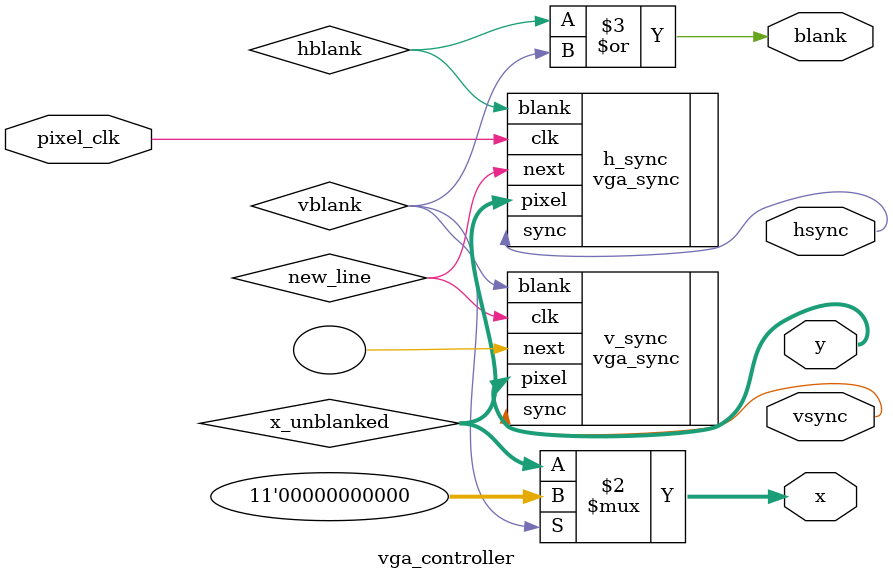
<source format=v>
`timescale 1ns / 1ps
module vga_controller(
    input pixel_clk,
    output hsync,
    output vsync,
    output blank,
    output [$clog2(HORIZ_PIXELS-1):0] x,
    output [$clog2(VERT_PIXELS-1):0] y
    );

  wire hblank, vblank, new_line;
  wire [$clog2(HORIZ_PIXELS-1):0] x_unblanked;
  
  //parameter pixel_clk_frequency = 25_175_000;
  
  parameter HORIZ_FRONT_PORCH = 16;
  parameter HORIZ_SYNC_PULSE  = 96;
  parameter HORIZ_BACK_PORCH  = 48;
  parameter HORIZ_PIXELS      = 640;
  
  vga_sync #(
    .VISIBLE(HORIZ_PIXELS),
    .FRONT_PORCH(HORIZ_FRONT_PORCH),
    .SYNC_PULSE(HORIZ_SYNC_PULSE),
    .BACK_PORCH(HORIZ_BACK_PORCH)
    ) h_sync (.clk(pixel_clk), .pixel(x_unblanked), .sync(hsync), .blank(hblank), .next(new_line));

  parameter VERT_FRONT_PORCH = 11;
  parameter VERT_SYNC_PULSE  = 2;
  parameter VERT_BACK_PORCH  = 31;
  parameter VERT_PIXELS      = 480;
  
  vga_sync #(
    .VISIBLE(VERT_PIXELS),
    .FRONT_PORCH(VERT_FRONT_PORCH),
    .SYNC_PULSE(VERT_SYNC_PULSE),
    .BACK_PORCH(VERT_BACK_PORCH)
    ) v_sync (.clk(new_line), .pixel(y), .sync(vsync), .blank(vblank), .next());  

  assign x = vblank ? 1'b0 : x_unblanked;
  assign blank = hblank | vblank;
endmodule

</source>
